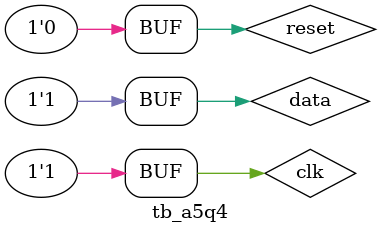
<source format=sv>
module a5q4(
	input logic clk, reset, data,
	output logic [7:0] zeros, ones
);

always_ff @ (posedge clk) begin
	if(reset) begin
		zeros <= 8'd1;
		ones <= 8'd0;
	end
	else begin
		if(data) ones <= ones + 1'b1;
		else zeros <= zeros + 1'b1;
	end
end


endmodule


`timescale 1ns/1ns
module tb_a5q4();

logic clk, reset, data;
logic [7:0] zeros, ones;

a5q4 assignment5q4(.clk(clk),.reset(reset),.data(data),.zeros(zeros),.ones(ones));

always begin
	clk=0; #2; clk=1; #2;
end

initial begin
	reset=0; #6; reset=1; #3; reset=0;
end

initial begin
	data=0; #8; data=1; #5; data = 0; #8; data=1;

end

endmodule

</source>
